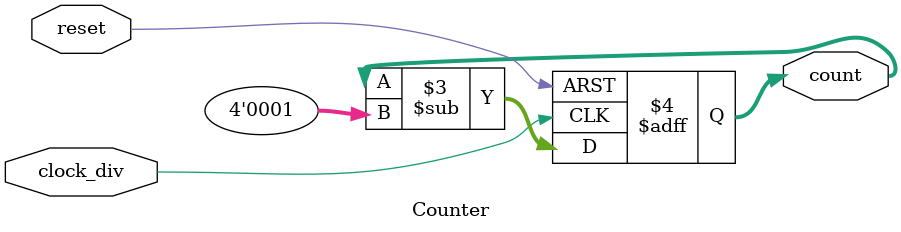
<source format=v>
module Counter(reset, count, clock_div);

input reset, clock_div;
output [3:0] count;

reg [3:0] count;

always @(posedge clock_div or negedge reset)
begin
	
	if(!reset)
		count <= 4'b1111;
	else
		count <= count - 4'b0001;
		
end

endmodule

</source>
